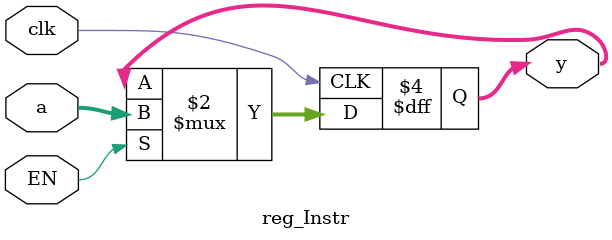
<source format=sv>
`timescale 1ns / 1ps

module reg_Instr(
    input   logic [31:0] a,
    input   logic clk, EN,
    output  logic [31:0] y
    );
    
    always_ff @(posedge clk)
        if(EN) y <= a;
    
endmodule

</source>
